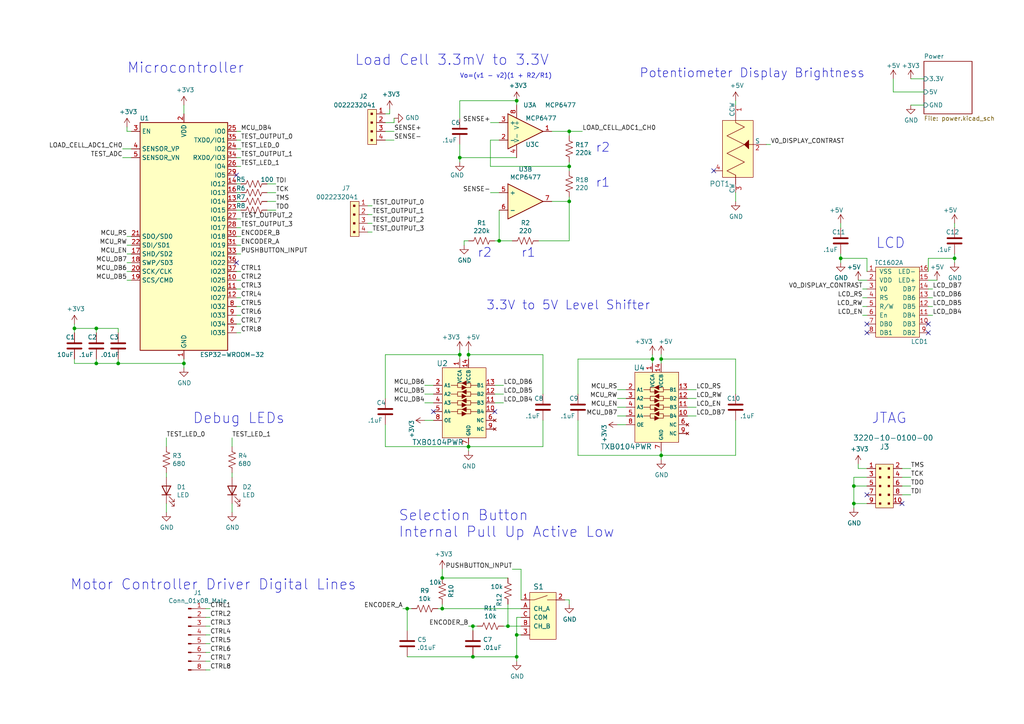
<source format=kicad_sch>
(kicad_sch (version 20211123) (generator eeschema)
  (paper "A4")
  (title_block (title "Control Board") (date "2021-08-15") (rev "00"))
  (lib_symbols
    (symbol "CocktailMachine:TC1602A" (pin_names (offset 1.016))
      (property "Reference" "LCD" (at 5.08 -11.43 0))
      (property "Value" "TC1602A" (at -2.54 11.43 0))
      (symbol "TC1602A_1_1"
        (pin input line (at -8.89 8.89 0) (length 2.54) (name "VSS") (number "1"))
        (pin input line (at 8.89 -6.35 180) (length 2.54) (name "DB3") (number "10"))
        (pin input line (at 8.89 -3.81 180) (length 2.54) (name "DB4") (number "11"))
        (pin input line (at 8.89 -1.27 180) (length 2.54) (name "DB5") (number "12"))
        (pin input line (at 8.89 1.27 180) (length 2.54) (name "DB6") (number "13"))
        (pin input line (at 8.89 3.81 180) (length 2.54) (name "DB7") (number "14"))
        (pin input line (at 8.89 6.35 180) (length 2.54) (name "LED+") (number "15"))
        (pin input line (at 8.89 8.89 180) (length 2.54) (name "LED-") (number "16"))
        (pin input line (at -8.89 6.35 0) (length 2.54) (name "VDD") (number "2"))
        (pin input line (at -8.89 3.81 0) (length 2.54) (name "V0") (number "3"))
        (pin input line (at -8.89 1.27 0) (length 2.54) (name "RS") (number "4"))
        (pin input line (at -8.89 -1.27 0) (length 2.54) (name "R/W") (number "5"))
        (pin input line (at -8.89 -3.81 0) (length 2.54) (name "En") (number "6"))
        (pin input line (at -8.89 -6.35 0) (length 2.54) (name "DB0") (number "7"))
        (pin input line (at -8.89 -8.89 0) (length 2.54) (name "DB1") (number "8"))
        (pin input line (at 8.89 -8.89 180) (length 2.54) (name "DB2") (number "9"))
      )
    )
    (symbol "Connector:Conn_01x08_Male" (pin_names (offset 1.016) hide)
      (property "Reference" "J" (at 0 10.16 0))
      (property "Value" "Conn_01x08_Male" (at 0 -12.7 0))
      (symbol "Conn_01x08_Male_1_1"
        (pin passive line (at 5.08 7.62 180) (length 3.81) (name "Pin_1") (number "1"))
        (pin passive line (at 5.08 5.08 180) (length 3.81) (name "Pin_2") (number "2"))
        (pin passive line (at 5.08 2.54 180) (length 3.81) (name "Pin_3") (number "3"))
        (pin passive line (at 5.08 0 180) (length 3.81) (name "Pin_4") (number "4"))
        (pin passive line (at 5.08 -2.54 180) (length 3.81) (name "Pin_5") (number "5"))
        (pin passive line (at 5.08 -5.08 180) (length 3.81) (name "Pin_6") (number "6"))
        (pin passive line (at 5.08 -7.62 180) (length 3.81) (name "Pin_7") (number "7"))
        (pin passive line (at 5.08 -10.16 180) (length 3.81) (name "Pin_8") (number "8"))
      )
    )
    (symbol "Device:C" (pin_numbers hide) (pin_names (offset 0.254))
      (property "Reference" "C" (at 0.635 2.54 0))
      (property "Value" "C" (at 0.635 -2.54 0))
      (symbol "C_1_1"
        (pin passive line (at 0 3.81 270) (length 2.794) (name "~") (number "1"))
        (pin passive line (at 0 -3.81 90) (length 2.794) (name "~") (number "2"))
      )
    )
    (symbol "Device:LED" (pin_numbers hide) (pin_names (offset 1.016) hide)
      (property "Reference" "D" (at 0 2.54 0))
      (property "Value" "LED" (at 0 -2.54 0))
      (symbol "LED_1_1"
        (pin passive line (at -3.81 0 0) (length 2.54) (name "K") (number "1"))
        (pin passive line (at 3.81 0 180) (length 2.54) (name "A") (number "2"))
      )
    )
    (symbol "Device:Opamp_Dual_Generic"
      (property "Reference" "U" (at 0 5.08 0))
      (property "Value" "Device_Opamp_Dual_Generic" (at 0 -5.08 0))
      (symbol "Opamp_Dual_Generic_1_1"
        (pin output line (at 7.62 0 180) (length 2.54) (name "~") (number "1"))
        (pin input line (at -7.62 -2.54 0) (length 2.54) (name "-") (number "2"))
        (pin input line (at -7.62 2.54 0) (length 2.54) (name "+") (number "3"))
      )
      (symbol "Opamp_Dual_Generic_2_1"
        (pin input line (at -7.62 2.54 0) (length 2.54) (name "+") (number "5"))
        (pin input line (at -7.62 -2.54 0) (length 2.54) (name "-") (number "6"))
        (pin output line (at 7.62 0 180) (length 2.54) (name "~") (number "7"))
      )
      (symbol "Opamp_Dual_Generic_3_1"
        (pin power_in line (at -2.54 -7.62 90) (length 3.81) (name "V-") (number "4"))
        (pin power_in line (at -2.54 7.62 270) (length 3.81) (name "V+") (number "8"))
      )
    )
    (symbol "Device:R_US" (pin_numbers hide) (pin_names (offset 0))
      (property "Reference" "R" (at 2.54 0 90))
      (property "Value" "R_US" (at -2.54 0 90))
      (symbol "R_US_1_1"
        (pin passive line (at 0 3.81 270) (length 1.27) (name "~") (number "1"))
        (pin passive line (at 0 -3.81 90) (length 1.27) (name "~") (number "2"))
      )
    )
    (symbol "RF_Module:ESP32-WROOM-32"
      (property "Reference" "U" (at -12.7 34.29 0))
      (property "Value" "ESP32-WROOM-32" (at 1.27 34.29 0))
      (symbol "ESP32-WROOM-32_1_1"
        (pin power_in line (at 0 -35.56 90) (length 2.54) (name "GND") (number "1"))
        (pin bidirectional line (at 15.24 -12.7 180) (length 2.54) (name "IO25") (number "10"))
        (pin bidirectional line (at 15.24 -15.24 180) (length 2.54) (name "IO26") (number "11"))
        (pin bidirectional line (at 15.24 -17.78 180) (length 2.54) (name "IO27") (number "12"))
        (pin bidirectional line (at 15.24 10.16 180) (length 2.54) (name "IO14") (number "13"))
        (pin bidirectional line (at 15.24 15.24 180) (length 2.54) (name "IO12") (number "14"))
        (pin passive line (at 0 -35.56 90) (length 2.54) hide (name "GND") (number "15"))
        (pin bidirectional line (at 15.24 12.7 180) (length 2.54) (name "IO13") (number "16"))
        (pin bidirectional line (at -15.24 -5.08 0) (length 2.54) (name "SHD/SD2") (number "17"))
        (pin bidirectional line (at -15.24 -7.62 0) (length 2.54) (name "SWP/SD3") (number "18"))
        (pin bidirectional line (at -15.24 -12.7 0) (length 2.54) (name "SCS/CMD") (number "19"))
        (pin power_in line (at 0 35.56 270) (length 2.54) (name "VDD") (number "2"))
        (pin bidirectional line (at -15.24 -10.16 0) (length 2.54) (name "SCK/CLK") (number "20"))
        (pin bidirectional line (at -15.24 0 0) (length 2.54) (name "SDO/SD0") (number "21"))
        (pin bidirectional line (at -15.24 -2.54 0) (length 2.54) (name "SDI/SD1") (number "22"))
        (pin bidirectional line (at 15.24 7.62 180) (length 2.54) (name "IO15") (number "23"))
        (pin bidirectional line (at 15.24 25.4 180) (length 2.54) (name "IO2") (number "24"))
        (pin bidirectional line (at 15.24 30.48 180) (length 2.54) (name "IO0") (number "25"))
        (pin bidirectional line (at 15.24 20.32 180) (length 2.54) (name "IO4") (number "26"))
        (pin bidirectional line (at 15.24 5.08 180) (length 2.54) (name "IO16") (number "27"))
        (pin bidirectional line (at 15.24 2.54 180) (length 2.54) (name "IO17") (number "28"))
        (pin bidirectional line (at 15.24 17.78 180) (length 2.54) (name "IO5") (number "29"))
        (pin input line (at -15.24 30.48 0) (length 2.54) (name "EN") (number "3"))
        (pin bidirectional line (at 15.24 0 180) (length 2.54) (name "IO18") (number "30"))
        (pin bidirectional line (at 15.24 -2.54 180) (length 2.54) (name "IO19") (number "31"))
        (pin no_connect line (at -12.7 -27.94 0) (length 2.54) hide (name "NC") (number "32"))
        (pin bidirectional line (at 15.24 -5.08 180) (length 2.54) (name "IO21") (number "33"))
        (pin bidirectional line (at 15.24 22.86 180) (length 2.54) (name "RXD0/IO3") (number "34"))
        (pin bidirectional line (at 15.24 27.94 180) (length 2.54) (name "TXD0/IO1") (number "35"))
        (pin bidirectional line (at 15.24 -7.62 180) (length 2.54) (name "IO22") (number "36"))
        (pin bidirectional line (at 15.24 -10.16 180) (length 2.54) (name "IO23") (number "37"))
        (pin passive line (at 0 -35.56 90) (length 2.54) hide (name "GND") (number "38"))
        (pin passive line (at 0 -35.56 90) (length 2.54) hide (name "GND") (number "39"))
        (pin input line (at -15.24 25.4 0) (length 2.54) (name "SENSOR_VP") (number "4"))
        (pin input line (at -15.24 22.86 0) (length 2.54) (name "SENSOR_VN") (number "5"))
        (pin input line (at 15.24 -25.4 180) (length 2.54) (name "IO34") (number "6"))
        (pin input line (at 15.24 -27.94 180) (length 2.54) (name "IO35") (number "7"))
        (pin bidirectional line (at 15.24 -20.32 180) (length 2.54) (name "IO32") (number "8"))
        (pin bidirectional line (at 15.24 -22.86 180) (length 2.54) (name "IO33") (number "9"))
      )
    )
    (symbol "dk_Encoders:PEC11R-4215F-S0024" (pin_names (offset 1.016))
      (property "Reference" "S" (at -1.27 5.715 0))
      (property "Value" "PEC11R-4215F-S0024" (at -1.27 -9.906 0))
      (symbol "PEC11R-4215F-S0024_1_1"
        (pin bidirectional line (at -7.62 2.54 0) (length 2.54) (name "~") (number "1"))
        (pin bidirectional line (at 5.08 2.54 180) (length 2.54) (name "~") (number "2"))
        (pin unspecified line (at -7.62 -7.62 0) (length 2.54) (name "~") (number "3"))
        (pin bidirectional line (at -7.62 0 0) (length 2.54) (name "CH_A") (number "A"))
        (pin bidirectional line (at -7.62 -5.08 0) (length 2.54) (name "CH_B") (number "B"))
        (pin input line (at -7.62 -2.54 0) (length 2.54) (name "COM") (number "C"))
      )
    )
    (symbol "dk_Logic-Translators-Level-Shifters:TXB0104PWR"
      (property "Reference" "U" (at -6.35 11.43 0))
      (property "Value" "TXB0104PWR" (at -3.81 13.97 0))
      (symbol "TXB0104PWR_1_1"
        (pin power_in line (at -2.54 12.7 270) (length 2.54) (name "VCCA") (number "1"))
        (pin bidirectional line (at 7.62 -2.54 180) (length 2.54) (name "B4") (number "10"))
        (pin bidirectional line (at 7.62 0 180) (length 2.54) (name "B3") (number "11"))
        (pin bidirectional line (at 7.62 2.54 180) (length 2.54) (name "B2") (number "12"))
        (pin bidirectional line (at 7.62 5.08 180) (length 2.54) (name "B1") (number "13"))
        (pin power_in line (at 0 12.7 270) (length 2.54) (name "VCCB") (number "14"))
        (pin bidirectional line (at -10.16 5.08 0) (length 2.54) (name "A1") (number "2"))
        (pin bidirectional line (at -10.16 2.54 0) (length 2.54) (name "A2") (number "3"))
        (pin bidirectional line (at -10.16 0 0) (length 2.54) (name "A3") (number "4"))
        (pin bidirectional line (at -10.16 -2.54 0) (length 2.54) (name "A4") (number "5"))
        (pin no_connect line (at 7.62 -5.08 180) (length 2.54) (name "NC") (number "6"))
        (pin power_in line (at 0 -12.7 90) (length 2.54) (name "GND") (number "7"))
        (pin tri_state line (at -10.16 -5.08 0) (length 2.54) (name "OE") (number "8"))
        (pin no_connect line (at 7.62 -7.62 180) (length 2.54) (name "NC") (number "9"))
      )
    )
    (symbol "dk_Rectangular-Connectors-Headers-Male-Pins:0022232041" (pin_names (offset 1.016))
      (property "Reference" "J" (at -2.54 1.27 0))
      (property "Value" "0022232041" (at 3.81 -3.81 0))
      (symbol "0022232041_1_1"
        (pin passive line (at 0 2.54 270) (length 2.54) (name "~") (number "1"))
        (pin passive line (at 2.54 2.54 270) (length 2.54) (name "~") (number "2"))
        (pin passive line (at 5.08 2.54 270) (length 2.54) (name "~") (number "3"))
        (pin passive line (at 7.62 2.54 270) (length 2.54) (name "~") (number "4"))
      )
    )
    (symbol "dk_Rectangular-Connectors-Headers-Male-Pins:3220-10-0100-00" (pin_names (offset 1.016))
      (property "Reference" "J" (at -2.54 7.62 0))
      (property "Value" "3220-10-0100-00" (at 0 -8.89 0))
      (symbol "3220-10-0100-00_1_1"
        (pin passive line (at -5.08 5.08 0) (length 2.54) (name "~") (number "1"))
        (pin passive line (at 5.08 -5.08 180) (length 2.54) (name "~") (number "10"))
        (pin passive line (at 5.08 5.08 180) (length 2.54) (name "~") (number "2"))
        (pin passive line (at -5.08 2.54 0) (length 2.54) (name "~") (number "3"))
        (pin passive line (at 5.08 2.54 180) (length 2.54) (name "~") (number "4"))
        (pin passive line (at -5.08 0 0) (length 2.54) (name "~") (number "5"))
        (pin passive line (at 5.08 0 180) (length 2.54) (name "~") (number "6"))
        (pin passive line (at -5.08 -2.54 0) (length 2.54) (name "~") (number "7"))
        (pin passive line (at 5.08 -2.54 180) (length 2.54) (name "~") (number "8"))
        (pin passive line (at -5.08 -5.08 0) (length 2.54) (name "~") (number "9"))
      )
    )
    (symbol "dk_Rotary-Potentiometers-Rheostats:P120PK-Y25BR10K" (pin_names (offset 0))
      (property "Reference" "POT" (at -1.905 6.35 0))
      (property "Value" "P120PK-Y25BR10K" (at 6.985 -5.08 0))
      (symbol "P120PK-Y25BR10K_1_0"
        (pin unspecified line (at 7.62 -6.35 90) (length 2.54) (name "~") (number "4"))
      )
      (symbol "P120PK-Y25BR10K_1_1"
        (pin passive line (at -11.43 0 0) (length 2.54) (name "CCW") (number "1"))
        (pin passive line (at 0 8.89 270) (length 5.08) (name "S") (number "2"))
        (pin passive line (at 13.97 0 180) (length 2.54) (name "CW") (number "3"))
      )
    )
    (symbol "power:+3.3V" (power) (pin_names (offset 0))
      (property "Value" "+3.3V" (at 0 3.556 0))
      (symbol "+3.3V_1_1"
        (pin power_in line (at 0 0 90) (length 0) hide (name "+3V3") (number "1"))
      )
    )
    (symbol "power:+5V" (power) (pin_names (offset 0))
      (property "Value" "+5V" (at 0 3.556 0))
      (symbol "+5V_1_1"
        (pin power_in line (at 0 0 90) (length 0) hide (name "+5V") (number "1"))
      )
    )
    (symbol "power:GND" (power) (pin_names (offset 0))
      (property "Value" "GND" (at 0 -3.81 0))
      (symbol "GND_1_1"
        (pin power_in line (at 0 0 270) (length 0) hide (name "GND") (number "1"))
      )
    )
  )
  (junction (at 133.35 45.72))
  (junction (at 128.27 176.53))
  (junction (at 165.1 38.1))
  (junction (at 191.77 132.08))
  (junction (at 21.59 95.25))
  (junction (at 247.65 140.97))
  (junction (at 137.16 190.5))
  (junction (at 135.89 102.87))
  (junction (at 149.86 29.21))
  (junction (at 34.29 105.41))
  (junction (at 243.84 74.93))
  (junction (at 189.23 104.14))
  (junction (at 133.35 102.87))
  (junction (at 128.27 167.64))
  (junction (at 165.1 48.26))
  (junction (at 191.77 104.14))
  (junction (at 27.94 95.25))
  (junction (at 135.89 129.54))
  (junction (at 149.86 190.5))
  (junction (at 165.1 58.42))
  (junction (at 149.86 184.15))
  (junction (at 27.94 105.41))
  (junction (at 137.16 181.61))
  (junction (at 118.11 176.53))
  (junction (at 53.34 105.41))
  (junction (at 247.65 146.05))
  (junction (at 144.78 69.85))
  (junction (at 147.32 181.61))
  (junction (at 276.86 74.93))
  (no_connect (at 251.46 93.98))
  (no_connect (at 269.24 93.98))
  (no_connect (at 207.01 49.53))
  (no_connect (at 269.24 96.52))
  (no_connect (at 251.46 143.51))
  (no_connect (at 251.46 96.52))
  (no_connect (at 143.51 119.38))
  (no_connect (at 125.73 119.38))
  (no_connect (at 68.58 76.2))
  (no_connect (at 68.58 50.8))
  (no_connect (at 261.62 146.05))
  (wire (pts (xy 199.39 120.65) (xy 201.93 120.65)))
  (wire (pts (xy 21.59 104.14) (xy 21.59 105.41)))
  (wire (pts (xy 179.07 113.03) (xy 181.61 113.03)))
  (wire (pts (xy 69.85 43.18) (xy 68.58 43.18)))
  (wire (pts (xy 123.19 116.84) (xy 125.73 116.84)))
  (wire (pts (xy 144.78 60.96) (xy 144.78 69.85)))
  (wire (pts (xy 128.27 176.53) (xy 151.13 176.53)))
  (wire (pts (xy 269.24 88.9) (xy 270.51 88.9)))
  (wire (pts (xy 69.85 58.42) (xy 68.58 58.42)))
  (wire (pts (xy 128.27 167.64) (xy 147.32 167.64)))
  (wire (pts (xy 147.32 181.61) (xy 151.13 181.61)))
  (wire (pts (xy 157.48 129.54) (xy 157.48 121.92)))
  (wire (pts (xy 133.35 45.72) (xy 149.86 45.72)))
  (wire (pts (xy 60.96 194.31) (xy 59.69 194.31)))
  (wire (pts (xy 264.16 138.43) (xy 261.62 138.43)))
  (wire (pts (xy 59.69 176.53) (xy 60.96 176.53)))
  (wire (pts (xy 123.19 114.3) (xy 125.73 114.3)))
  (wire (pts (xy 69.85 81.28) (xy 68.58 81.28)))
  (wire (pts (xy 143.51 114.3) (xy 146.05 114.3)))
  (wire (pts (xy 179.07 120.65) (xy 181.61 120.65)))
  (wire (pts (xy 251.46 86.36) (xy 250.19 86.36)))
  (wire (pts (xy 270.51 83.82) (xy 269.24 83.82)))
  (wire (pts (xy 213.36 114.3) (xy 213.36 104.14)))
  (wire (pts (xy 67.31 127) (xy 67.31 129.54)))
  (wire (pts (xy 157.48 114.3) (xy 157.48 102.87)))
  (wire (pts (xy 60.96 189.23) (xy 59.69 189.23)))
  (wire (pts (xy 128.27 176.53) (xy 127 176.53)))
  (wire (pts (xy 248.92 81.28) (xy 251.46 81.28)))
  (wire (pts (xy 27.94 95.25) (xy 27.94 96.52)))
  (wire (pts (xy 149.86 29.21) (xy 149.86 30.48)))
  (wire (pts (xy 118.11 176.53) (xy 119.38 176.53)))
  (wire (pts (xy 48.26 127) (xy 48.26 129.54)))
  (wire (pts (xy 133.35 45.72) (xy 133.35 46.99)))
  (wire (pts (xy 107.95 64.77) (xy 106.68 64.77)))
  (wire (pts (xy 250.19 83.82) (xy 251.46 83.82)))
  (wire (pts (xy 27.94 105.41) (xy 34.29 105.41)))
  (wire (pts (xy 271.78 81.28) (xy 269.24 81.28)))
  (wire (pts (xy 149.86 184.15) (xy 149.86 190.5)))
  (wire (pts (xy 247.65 146.05) (xy 247.65 140.97)))
  (wire (pts (xy 135.89 101.6) (xy 135.89 102.87)))
  (wire (pts (xy 111.76 115.57) (xy 111.76 102.87)))
  (wire (pts (xy 36.83 71.12) (xy 38.1 71.12)))
  (wire (pts (xy 107.95 59.69) (xy 106.68 59.69)))
  (wire (pts (xy 77.47 53.34) (xy 80.01 53.34)))
  (wire (pts (xy 163.83 173.99) (xy 165.1 173.99)))
  (wire (pts (xy 53.34 105.41) (xy 53.34 106.68)))
  (wire (pts (xy 36.83 68.58) (xy 38.1 68.58)))
  (wire (pts (xy 276.86 74.93) (xy 276.86 76.2)))
  (wire (pts (xy 38.1 81.28) (xy 36.83 81.28)))
  (wire (pts (xy 151.13 179.07) (xy 149.86 179.07)))
  (wire (pts (xy 165.1 58.42) (xy 165.1 57.15)))
  (wire (pts (xy 251.46 138.43) (xy 247.65 138.43)))
  (wire (pts (xy 111.76 102.87) (xy 133.35 102.87)))
  (wire (pts (xy 251.46 74.93) (xy 243.84 74.93)))
  (wire (pts (xy 259.08 26.67) (xy 267.97 26.67)))
  (wire (pts (xy 251.46 146.05) (xy 247.65 146.05)))
  (wire (pts (xy 135.89 181.61) (xy 137.16 181.61)))
  (wire (pts (xy 189.23 102.87) (xy 189.23 104.14)))
  (wire (pts (xy 151.13 165.1) (xy 151.13 173.99)))
  (wire (pts (xy 165.1 48.26) (xy 142.24 48.26)))
  (wire (pts (xy 276.86 73.66) (xy 276.86 74.93)))
  (wire (pts (xy 133.35 41.91) (xy 133.35 45.72)))
  (wire (pts (xy 53.34 30.48) (xy 53.34 33.02)))
  (wire (pts (xy 167.64 121.92) (xy 167.64 132.08)))
  (wire (pts (xy 35.56 43.18) (xy 38.1 43.18)))
  (wire (pts (xy 128.27 165.1) (xy 128.27 167.64)))
  (wire (pts (xy 167.64 104.14) (xy 167.64 114.3)))
  (wire (pts (xy 118.11 176.53) (xy 118.11 182.88)))
  (wire (pts (xy 68.58 71.12) (xy 69.85 71.12)))
  (wire (pts (xy 114.3 35.56) (xy 111.76 35.56)))
  (wire (pts (xy 69.85 78.74) (xy 68.58 78.74)))
  (wire (pts (xy 149.86 179.07) (xy 149.86 184.15)))
  (wire (pts (xy 147.32 175.26) (xy 147.32 181.61)))
  (wire (pts (xy 34.29 96.52) (xy 34.29 95.25)))
  (wire (pts (xy 247.65 146.05) (xy 247.65 147.32)))
  (wire (pts (xy 68.58 88.9) (xy 69.85 88.9)))
  (wire (pts (xy 179.07 115.57) (xy 181.61 115.57)))
  (wire (pts (xy 243.84 76.2) (xy 243.84 74.93)))
  (wire (pts (xy 142.24 55.88) (xy 144.78 55.88)))
  (wire (pts (xy 261.62 143.51) (xy 264.16 143.51)))
  (wire (pts (xy 251.46 140.97) (xy 247.65 140.97)))
  (wire (pts (xy 199.39 115.57) (xy 201.93 115.57)))
  (wire (pts (xy 114.3 35.56) (xy 114.3 34.29)))
  (wire (pts (xy 106.68 67.31) (xy 107.95 67.31)))
  (wire (pts (xy 165.1 38.1) (xy 168.91 38.1)))
  (wire (pts (xy 135.89 102.87) (xy 135.89 104.14)))
  (wire (pts (xy 151.13 165.1) (xy 148.59 165.1)))
  (wire (pts (xy 68.58 38.1) (xy 69.85 38.1)))
  (wire (pts (xy 142.24 35.56) (xy 144.78 35.56)))
  (wire (pts (xy 213.36 29.21) (xy 213.36 30.48)))
  (wire (pts (xy 116.84 176.53) (xy 118.11 176.53)))
  (wire (pts (xy 135.89 129.54) (xy 157.48 129.54)))
  (wire (pts (xy 144.78 69.85) (xy 148.59 69.85)))
  (wire (pts (xy 165.1 69.85) (xy 156.21 69.85)))
  (wire (pts (xy 68.58 86.36) (xy 69.85 86.36)))
  (wire (pts (xy 201.93 113.03) (xy 199.39 113.03)))
  (wire (pts (xy 247.65 138.43) (xy 247.65 140.97)))
  (wire (pts (xy 60.96 184.15) (xy 59.69 184.15)))
  (wire (pts (xy 134.62 69.85) (xy 134.62 71.12)))
  (wire (pts (xy 128.27 175.26) (xy 128.27 176.53)))
  (wire (pts (xy 68.58 45.72) (xy 69.85 45.72)))
  (wire (pts (xy 135.89 129.54) (xy 135.89 130.81)))
  (wire (pts (xy 21.59 105.41) (xy 27.94 105.41)))
  (wire (pts (xy 21.59 95.25) (xy 27.94 95.25)))
  (wire (pts (xy 123.19 111.76) (xy 125.73 111.76)))
  (wire (pts (xy 138.43 181.61) (xy 137.16 181.61)))
  (wire (pts (xy 167.64 132.08) (xy 191.77 132.08)))
  (wire (pts (xy 213.36 132.08) (xy 191.77 132.08)))
  (wire (pts (xy 213.36 104.14) (xy 191.77 104.14)))
  (wire (pts (xy 191.77 102.87) (xy 191.77 104.14)))
  (wire (pts (xy 251.46 78.74) (xy 251.46 74.93)))
  (wire (pts (xy 114.3 40.64) (xy 111.76 40.64)))
  (wire (pts (xy 146.05 111.76) (xy 143.51 111.76)))
  (wire (pts (xy 48.26 137.16) (xy 48.26 138.43)))
  (wire (pts (xy 259.08 22.86) (xy 259.08 26.67)))
  (wire (pts (xy 133.35 102.87) (xy 133.35 104.14)))
  (wire (pts (xy 160.02 38.1) (xy 165.1 38.1)))
  (wire (pts (xy 179.07 123.19) (xy 181.61 123.19)))
  (wire (pts (xy 111.76 129.54) (xy 111.76 123.19)))
  (wire (pts (xy 133.35 101.6) (xy 133.35 102.87)))
  (wire (pts (xy 248.92 134.62) (xy 248.92 135.89)))
  (wire (pts (xy 69.85 48.26) (xy 68.58 48.26)))
  (wire (pts (xy 53.34 104.14) (xy 53.34 105.41)))
  (wire (pts (xy 69.85 53.34) (xy 68.58 53.34)))
  (wire (pts (xy 68.58 83.82) (xy 69.85 83.82)))
  (wire (pts (xy 59.69 181.61) (xy 60.96 181.61)))
  (wire (pts (xy 261.62 135.89) (xy 264.16 135.89)))
  (wire (pts (xy 191.77 104.14) (xy 191.77 105.41)))
  (wire (pts (xy 69.85 40.64) (xy 68.58 40.64)))
  (wire (pts (xy 276.86 64.77) (xy 276.86 66.04)))
  (wire (pts (xy 270.51 91.44) (xy 269.24 91.44)))
  (wire (pts (xy 248.92 135.89) (xy 251.46 135.89)))
  (wire (pts (xy 59.69 186.69) (xy 60.96 186.69)))
  (wire (pts (xy 165.1 175.26) (xy 165.1 173.99)))
  (wire (pts (xy 36.83 76.2) (xy 38.1 76.2)))
  (wire (pts (xy 68.58 73.66) (xy 69.85 73.66)))
  (wire (pts (xy 191.77 130.81) (xy 191.77 132.08)))
  (wire (pts (xy 149.86 190.5) (xy 137.16 190.5)))
  (wire (pts (xy 68.58 66.04) (xy 69.85 66.04)))
  (wire (pts (xy 107.95 62.23) (xy 106.68 62.23)))
  (wire (pts (xy 251.46 91.44) (xy 250.19 91.44)))
  (wire (pts (xy 36.83 73.66) (xy 38.1 73.66)))
  (wire (pts (xy 179.07 118.11) (xy 181.61 118.11)))
  (wire (pts (xy 69.85 55.88) (xy 68.58 55.88)))
  (wire (pts (xy 157.48 102.87) (xy 135.89 102.87)))
  (wire (pts (xy 34.29 105.41) (xy 34.29 104.14)))
  (wire (pts (xy 27.94 104.14) (xy 27.94 105.41)))
  (wire (pts (xy 133.35 29.21) (xy 133.35 34.29)))
  (wire (pts (xy 21.59 93.98) (xy 21.59 95.25)))
  (wire (pts (xy 68.58 96.52) (xy 69.85 96.52)))
  (wire (pts (xy 35.56 45.72) (xy 38.1 45.72)))
  (wire (pts (xy 165.1 58.42) (xy 165.1 69.85)))
  (wire (pts (xy 69.85 68.58) (xy 68.58 68.58)))
  (wire (pts (xy 21.59 95.25) (xy 21.59 96.52)))
  (wire (pts (xy 270.51 86.36) (xy 269.24 86.36)))
  (wire (pts (xy 137.16 181.61) (xy 137.16 182.88)))
  (wire (pts (xy 68.58 93.98) (xy 69.85 93.98)))
  (wire (pts (xy 142.24 40.64) (xy 144.78 40.64)))
  (wire (pts (xy 60.96 179.07) (xy 59.69 179.07)))
  (wire (pts (xy 36.83 36.83) (xy 36.83 38.1)))
  (wire (pts (xy 34.29 95.25) (xy 27.94 95.25)))
  (wire (pts (xy 77.47 55.88) (xy 80.01 55.88)))
  (wire (pts (xy 48.26 146.05) (xy 48.26 148.59)))
  (wire (pts (xy 222.25 41.91) (xy 223.52 41.91)))
  (wire (pts (xy 34.29 105.41) (xy 53.34 105.41)))
  (wire (pts (xy 36.83 38.1) (xy 38.1 38.1)))
  (wire (pts (xy 67.31 137.16) (xy 67.31 138.43)))
  (wire (pts (xy 149.86 190.5) (xy 149.86 191.77)))
  (wire (pts (xy 69.85 63.5) (xy 68.58 63.5)))
  (wire (pts (xy 146.05 116.84) (xy 143.51 116.84)))
  (wire (pts (xy 191.77 132.08) (xy 191.77 133.35)))
  (wire (pts (xy 147.32 181.61) (xy 146.05 181.61)))
  (wire (pts (xy 36.83 78.74) (xy 38.1 78.74)))
  (wire (pts (xy 199.39 118.11) (xy 201.93 118.11)))
  (wire (pts (xy 264.16 140.97) (xy 261.62 140.97)))
  (wire (pts (xy 243.84 64.77) (xy 243.84 66.04)))
  (wire (pts (xy 269.24 78.74) (xy 269.24 74.93)))
  (wire (pts (xy 165.1 46.99) (xy 165.1 48.26)))
  (wire (pts (xy 142.24 48.26) (xy 142.24 40.64)))
  (wire (pts (xy 213.36 121.92) (xy 213.36 132.08)))
  (wire (pts (xy 165.1 38.1) (xy 165.1 39.37)))
  (wire (pts (xy 189.23 104.14) (xy 189.23 105.41)))
  (wire (pts (xy 189.23 104.14) (xy 167.64 104.14)))
  (wire (pts (xy 264.16 30.48) (xy 267.97 30.48)))
  (wire (pts (xy 69.85 60.96) (xy 68.58 60.96)))
  (wire (pts (xy 77.47 58.42) (xy 80.01 58.42)))
  (wire (pts (xy 160.02 58.42) (xy 165.1 58.42)))
  (wire (pts (xy 135.89 129.54) (xy 111.76 129.54)))
  (wire (pts (xy 118.11 190.5) (xy 137.16 190.5)))
  (wire (pts (xy 243.84 73.66) (xy 243.84 74.93)))
  (wire (pts (xy 144.78 69.85) (xy 143.51 69.85)))
  (wire (pts (xy 113.03 33.02) (xy 111.76 33.02)))
  (wire (pts (xy 165.1 48.26) (xy 165.1 49.53)))
  (wire (pts (xy 250.19 88.9) (xy 251.46 88.9)))
  (wire (pts (xy 135.89 69.85) (xy 134.62 69.85)))
  (wire (pts (xy 213.36 55.88) (xy 213.36 58.42)))
  (wire (pts (xy 151.13 184.15) (xy 149.86 184.15)))
  (wire (pts (xy 113.03 31.75) (xy 113.03 33.02)))
  (wire (pts (xy 77.47 60.96) (xy 80.01 60.96)))
  (wire (pts (xy 67.31 146.05) (xy 67.31 148.59)))
  (wire (pts (xy 267.97 22.86) (xy 264.16 22.86)))
  (wire (pts (xy 269.24 74.93) (xy 276.86 74.93)))
  (wire (pts (xy 123.19 121.92) (xy 125.73 121.92)))
  (wire (pts (xy 114.3 38.1) (xy 111.76 38.1)))
  (wire (pts (xy 59.69 191.77) (xy 60.96 191.77)))
  (wire (pts (xy 68.58 91.44) (xy 69.85 91.44)))
  (wire (pts (xy 149.86 29.21) (xy 133.35 29.21)))
  (text "Vo=(v1 - v2)(1 + R2/R1)" (at 133.35 22.86 0) (effects (font (size 1.2954 1.2954)) (justify left bottom)))
  (text "LCD" (at 254 72.39 0) (effects (font (size 2.9972 2.9972)) (justify left bottom)))
  (text "JTAG" (at 252.73 123.19 0) (effects (font (size 2.9972 2.9972)) (justify left bottom)))
  (text "r1\n" (at 151.13 74.93 0) (effects (font (size 2.5908 2.5908)) (justify left bottom)))
  (text "Motor Controller Driver Digital Lines\n" (at 20.32 171.45 0) (effects (font (size 2.9972 2.9972)) (justify left bottom)))
  (text "r2" (at 138.43 74.93 0) (effects (font (size 2.5908 2.5908)) (justify left bottom)))
  (text "r2" (at 172.72 44.45 0) (effects (font (size 2.5908 2.5908)) (justify left bottom)))
  (text "Debug LEDs\n" (at 55.88 123.19 0) (effects (font (size 2.9972 2.9972)) (justify left bottom)))
  (text "Microcontroller\n" (at 36.83 21.59 0) (effects (font (size 2.9972 2.9972)) (justify left bottom)))
  (text "Load Cell 3.3mV to 3.3V\n\n" (at 102.87 24.13 0) (effects (font (size 2.9972 2.9972)) (justify left bottom)))
  (text "Potentiometer Display Brightness\n" (at 185.42 22.86 0) (effects (font (size 2.5908 2.5908)) (justify left bottom)))
  (text "r1\n" (at 172.72 54.61 0) (effects (font (size 2.5908 2.5908)) (justify left bottom)))
  (text "3.3V to 5V Level Shifter" (at 140.97 90.17 0) (effects (font (size 2.5908 2.5908)) (justify left bottom)))
  (text "Selection Button\nInternal Pull Up Active Low" (at 115.57 156.21 0) (effects (font (size 2.9972 2.9972)) (justify left bottom)))
  (label "PUSHBUTTON_INPUT" (at 148.59 165.1 180) (effects (font (size 1.2954 1.2954))))
  (label "MCU_RS" (at 36.83 68.58 180))
  (label "CTRL4" (at 60.96 184.15 0) (effects (font (size 1.2954 1.2954))))
  (label "TDI" (at 264.16 143.51 0) (effects (font (size 1.2954 1.2954))))
  (label "MCU_RW" (at 179.07 115.57 180))
  (label "LCD_EN" (at 250.19 91.44 180))
  (label "TEST_ADC" (at 35.56 45.72 180) (effects (font (size 1.2954 1.2954))))
  (label "TCK" (at 80.01 55.88 0) (effects (font (size 1.2954 1.2954))))
  (label "CTRL3" (at 60.96 181.61 0) (effects (font (size 1.2954 1.2954))))
  (label "LCD_EN" (at 201.93 118.11 0))
  (label "TEST_LED_1" (at 69.85 48.26 0) (effects (font (size 1.2954 1.2954))))
  (label "SENSE+" (at 142.24 35.56 180) (effects (font (size 1.2954 1.2954))))
  (label "MCU_DB7" (at 36.83 76.2 180))
  (label "CTRL8" (at 60.96 194.31 0) (effects (font (size 1.2954 1.2954))))
  (label "SENSE+" (at 114.3 38.1 0) (effects (font (size 1.2954 1.2954))))
  (label "LCD_DB7" (at 270.51 83.82 0))
  (label "MCU_DB6" (at 123.19 111.76 180))
  (label "ENCODER_B" (at 69.85 68.58 0) (effects (font (size 1.2954 1.2954))))
  (label "SENSE-" (at 142.24 55.88 180) (effects (font (size 1.2954 1.2954))))
  (label "MCU_DB4" (at 69.85 38.1 0))
  (label "ENCODER_A" (at 116.84 176.53 180) (effects (font (size 1.2954 1.2954))))
  (label "LCD_DB6" (at 146.05 111.76 0))
  (label "CTRL7" (at 60.96 191.77 0) (effects (font (size 1.2954 1.2954))))
  (label "MCU_RW" (at 36.83 71.12 180))
  (label "LCD_RS" (at 250.19 86.36 180))
  (label "CTRL6" (at 69.85 91.44 0) (effects (font (size 1.2954 1.2954))))
  (label "MCU_DB6" (at 36.83 78.74 180))
  (label "TDI" (at 80.01 53.34 0) (effects (font (size 1.2954 1.2954))))
  (label "LOAD_CELL_ADC1_CH0" (at 35.56 43.18 180) (effects (font (size 1.2954 1.2954))))
  (label "CTRL2" (at 69.85 81.28 0) (effects (font (size 1.2954 1.2954))))
  (label "LCD_DB5" (at 270.51 88.9 0))
  (label "CTRL1" (at 69.85 78.74 0) (effects (font (size 1.2954 1.2954))))
  (label "SENSE-" (at 114.3 40.64 0) (effects (font (size 1.2954 1.2954))))
  (label "V0_DISPLAY_CONTRAST" (at 223.52 41.91 0))
  (label "LCD_DB5" (at 146.05 114.3 0))
  (label "MCU_DB7" (at 179.07 120.65 180))
  (label "MCU_DB4" (at 123.19 116.84 180))
  (label "CTRL3" (at 69.85 83.82 0) (effects (font (size 1.2954 1.2954))))
  (label "PUSHBUTTON_INPUT" (at 69.85 73.66 0) (effects (font (size 1.2954 1.2954))))
  (label "TEST_OUTPUT_1" (at 107.95 62.23 0) (effects (font (size 1.2954 1.2954))))
  (label "TEST_OUTPUT_1" (at 69.85 45.72 0) (effects (font (size 1.2954 1.2954))))
  (label "TEST_LED_0" (at 48.26 127 0) (effects (font (size 1.2954 1.2954))))
  (label "MCU_RS" (at 179.07 113.03 180))
  (label "CTRL4" (at 69.85 86.36 0) (effects (font (size 1.2954 1.2954))))
  (label "LOAD_CELL_ADC1_CH0" (at 168.91 38.1 0) (effects (font (size 1.2954 1.2954))))
  (label "TEST_OUTPUT_2" (at 69.85 63.5 0) (effects (font (size 1.2954 1.2954))))
  (label "CTRL5" (at 69.85 88.9 0) (effects (font (size 1.2954 1.2954))))
  (label "CTRL6" (at 60.96 189.23 0) (effects (font (size 1.2954 1.2954))))
  (label "LCD_DB7" (at 201.93 120.65 0))
  (label "CTRL7" (at 69.85 93.98 0) (effects (font (size 1.2954 1.2954))))
  (label "LCD_RS" (at 201.93 113.03 0))
  (label "MCU_EN" (at 36.83 73.66 180))
  (label "ENCODER_A" (at 69.85 71.12 0) (effects (font (size 1.2954 1.2954))))
  (label "LCD_DB6" (at 270.51 86.36 0))
  (label "TMS" (at 80.01 58.42 0) (effects (font (size 1.2954 1.2954))))
  (label "LCD_DB4" (at 146.05 116.84 0))
  (label "CTRL8" (at 69.85 96.52 0) (effects (font (size 1.2954 1.2954))))
  (label "TCK" (at 264.16 138.43 0) (effects (font (size 1.2954 1.2954))))
  (label "TDO" (at 264.16 140.97 0) (effects (font (size 1.2954 1.2954))))
  (label "TEST_OUTPUT_0" (at 107.95 59.69 0) (effects (font (size 1.2954 1.2954))))
  (label "LCD_RW" (at 201.93 115.57 0))
  (label "MCU_EN" (at 179.07 118.11 180))
  (label "MCU_DB5" (at 123.19 114.3 180))
  (label "CTRL5" (at 60.96 186.69 0) (effects (font (size 1.2954 1.2954))))
  (label "TEST_OUTPUT_2" (at 107.95 64.77 0) (effects (font (size 1.2954 1.2954))))
  (label "TEST_OUTPUT_3" (at 69.85 66.04 0) (effects (font (size 1.2954 1.2954))))
  (label "ENCODER_B" (at 135.89 181.61 180) (effects (font (size 1.2954 1.2954))))
  (label "MCU_DB5" (at 36.83 81.28 180))
  (label "TMS" (at 264.16 135.89 0) (effects (font (size 1.2954 1.2954))))
  (label "TEST_LED_0" (at 69.85 43.18 0) (effects (font (size 1.2954 1.2954))))
  (label "TEST_OUTPUT_0" (at 69.85 40.64 0) (effects (font (size 1.2954 1.2954))))
  (label "V0_DISPLAY_CONTRAST" (at 250.19 83.82 180))
  (label "CTRL1" (at 60.96 176.53 0) (effects (font (size 1.2954 1.2954))))
  (label "TEST_LED_1" (at 67.31 127 0) (effects (font (size 1.2954 1.2954))))
  (label "LCD_DB4" (at 270.51 91.44 0))
  (label "TDO" (at 80.01 60.96 0) (effects (font (size 1.2954 1.2954))))
  (label "CTRL2" (at 60.96 179.07 0) (effects (font (size 1.2954 1.2954))))
  (label "TEST_OUTPUT_3" (at 107.95 67.31 0) (effects (font (size 1.2954 1.2954))))
  (label "LCD_RW" (at 250.19 88.9 180))
  (symbol (lib_id "RF_Module:ESP32-WROOM-32") (at 53.34 68.58 0) (unit 1)
    (property "Reference" "U1" (at 41.91 34.29 0))
    (property "Value" "ESP32-WROOM-32" (at 67.31 102.87 0))
    (property "Footprint" "RF_Module:ESP32-WROOM-32" (effects hide))
    (property "Datasheet" "https://www.espressif.com/sites/default/files/documentation/esp32-wroom-32_datasheet_en.pdf" (effects hide))
  )
  (symbol (lib_id "power:GND") (at 264.16 30.48 0) (unit 1)
    (property "Reference" "#PWR032" (effects hide))
    (property "Value" "GND" (at 264.287 34.8742 0))
  )
  (symbol (lib_id "CocktailMachine:TC1602A") (at 260.35 87.63 0) (unit 1)
    (property "Reference" "LCD1" (at 266.7 99.06 0))
    (property "Value" "TC1602A" (at 257.81 76.2 0))
    (property "Footprint" "CocktailMachine:TC1062A" (effects hide))
  )
  (symbol (lib_id "power:+3.3V") (at 264.16 22.86 0) (unit 1)
    (property "Reference" "#PWR031" (effects hide))
    (property "Value" "+3.3V" (at 264.16 19.05 0))
  )
  (symbol (lib_id "power:+5V") (at 259.08 22.86 0) (unit 1)
    (property "Reference" "#PWR030" (effects hide))
    (property "Value" "+5V" (at 259.08 19.05 0))
  )
  (symbol (lib_id "power:GND") (at 53.34 106.68 0) (unit 1)
    (property "Reference" "#PWR05" (effects hide))
    (property "Value" "GND" (at 53.467 111.0742 0))
  )
  (symbol (lib_id "power:+5V") (at 248.92 81.28 0) (unit 1)
    (property "Reference" "#PWR028" (effects hide))
    (property "Value" "+5V" (at 247.65 77.47 0))
  )
  (symbol (lib_id "power:+3.3V") (at 53.34 30.48 0) (unit 1)
    (property "Reference" "#PWR04" (effects hide))
    (property "Value" "+3.3V" (at 53.721 26.0858 0))
  )
  (symbol (lib_id "power:GND") (at 243.84 76.2 0) (unit 1)
    (property "Reference" "#PWR026" (effects hide))
    (property "Value" "GND" (at 243.967 80.5942 0))
  )
  (symbol (lib_id "Device:R_US") (at 73.66 53.34 270) (unit 1)
    (property "Reference" "R5" (at 69.85 52.07 90))
    (property "Value" "100" (at 77.47 52.07 90))
    (property "Footprint" "Resistor_SMD:R_0603_1608Metric" (effects hide))
  )
  (symbol (lib_id "Device:R_US") (at 73.66 58.42 270) (unit 1)
    (property "Reference" "R7" (at 69.85 57.15 90))
    (property "Value" "100" (effects hide))
    (property "Footprint" "Resistor_SMD:R_0603_1608Metric" (effects hide))
  )
  (symbol (lib_id "Device:R_US") (at 73.66 55.88 270) (unit 1)
    (property "Reference" "R6" (at 69.85 54.61 90))
    (property "Value" "100" (effects hide))
    (property "Footprint" "Resistor_SMD:R_0603_1608Metric" (effects hide))
  )
  (symbol (lib_id "Device:R_US") (at 73.66 60.96 270) (unit 1)
    (property "Reference" "R8" (at 69.85 59.69 90))
    (property "Value" "100" (effects hide))
    (property "Footprint" "Resistor_SMD:R_0603_1608Metric" (effects hide))
  )
  (symbol (lib_id "dk_Encoders:PEC11R-4215F-S0024") (at 158.75 176.53 0) (unit 1)
    (property "Reference" "S1" (at 156.21 170.18 0) (effects (font (size 1.524 1.524))))
    (property "Value" "PEC11R-4215F-S0024" (effects hide))
    (property "Footprint" "digikey-footprints:Rotary_Encoder_Switched_PEC11R" (effects hide))
    (property "Datasheet" "https://www.bourns.com/docs/Product-Datasheets/PEC11R.pdf" (effects hide))
    (property "Digi-Key_PN" "PEC11R-4215F-S0024-ND" (effects hide))
    (property "MPN" "PEC11R-4215F-S0024" (effects hide))
    (property "Category" "Sensors, Transducers" (effects hide))
    (property "Family" "Encoders" (effects hide))
    (property "DK_Datasheet_Link" "https://www.bourns.com/docs/Product-Datasheets/PEC11R.pdf" (effects hide))
    (property "DK_Detail_Page" "/product-detail/en/bourns-inc/PEC11R-4215F-S0024/PEC11R-4215F-S0024-ND/4499665" (effects hide))
    (property "Description" "ROTARY ENCODER MECHANICAL 24PPR" (effects hide))
    (property "Manufacturer" "Bourns Inc." (effects hide))
    (property "Status" "Active" (effects hide))
  )
  (symbol (lib_id "power:GND") (at 165.1 175.26 0) (unit 1)
    (property "Reference" "#PWR018" (effects hide))
    (property "Value" "GND" (at 165.227 179.6542 0))
  )
  (symbol (lib_id "Device:C") (at 118.11 186.69 0) (unit 1)
    (property "Reference" "C5" (at 121.031 185.5216 0) (effects (justify left)))
    (property "Value" ".01uF" (at 121.031 187.833 0) (effects (justify left)))
    (property "Footprint" "Capacitor_SMD:C_0603_1608Metric" (effects hide))
  )
  (symbol (lib_id "power:+3.3V") (at 128.27 165.1 0) (unit 1)
    (property "Reference" "#PWR010" (effects hide))
    (property "Value" "+3.3V" (at 128.651 160.7058 0))
  )
  (symbol (lib_id "Device:R_US") (at 123.19 176.53 270) (unit 1)
    (property "Reference" "R9" (at 123.19 171.323 90))
    (property "Value" "10k" (at 123.19 173.6598 90))
    (property "Footprint" "Resistor_SMD:R_0603_1608Metric" (effects hide))
  )
  (symbol (lib_id "Device:R_US") (at 142.24 181.61 270) (unit 1)
    (property "Reference" "R11" (at 142.24 176.403 90))
    (property "Value" "10k" (at 142.24 178.7398 90))
    (property "Footprint" "Resistor_SMD:R_0603_1608Metric" (effects hide))
  )
  (symbol (lib_id "Device:C") (at 137.16 186.69 0) (unit 1)
    (property "Reference" "C7" (at 140.081 185.5216 0) (effects (justify left)))
    (property "Value" ".01uF" (at 140.081 187.833 0) (effects (justify left)))
    (property "Footprint" "Capacitor_SMD:C_0603_1608Metric" (effects hide))
  )
  (symbol (lib_id "Device:R_US") (at 147.32 171.45 180) (unit 1)
    (property "Reference" "R12" (at 144.78 173.99 90))
    (property "Value" "10k" (at 142.24 170.18 0) (effects (justify right)))
    (property "Footprint" "Resistor_SMD:R_0603_1608Metric" (effects hide))
  )
  (symbol (lib_id "Device:R_US") (at 128.27 171.45 180) (unit 1)
    (property "Reference" "R10" (at 130.81 171.45 90))
    (property "Value" "10k" (at 124.46 168.91 0) (effects (justify right)))
    (property "Footprint" "Resistor_SMD:R_0603_1608Metric" (effects hide))
  )
  (symbol (lib_id "power:GND") (at 149.86 191.77 0) (unit 1)
    (property "Reference" "#PWR017" (effects hide))
    (property "Value" "GND" (at 149.987 196.1642 0))
  )
  (symbol (lib_id "dk_Rotary-Potentiometers-Rheostats:P120PK-Y25BR10K") (at 213.36 41.91 270) (unit 1)
    (property "Reference" "POT1" (at 205.74 53.34 90) (effects (font (size 1.524 1.524)) (justify left)))
    (property "Value" "P120PK-Y25BR10K" (effects hide))
    (property "Footprint" "digikey-footprints:Potentiometer_P120PK-Y25BR10K" (effects hide))
    (property "Datasheet" "https://www.ttelectronics.com/TTElectronics/media/ProductFiles/Potentiometers/Datasheets/P120.pdf" (effects hide))
    (property "Digi-Key_PN" "987-1710-ND" (effects hide))
    (property "MPN" "P120PK-Y25BR10K" (effects hide))
    (property "Category" "Potentiometers, Variable Resistors" (effects hide))
    (property "Family" "Rotary Potentiometers, Rheostats" (effects hide))
    (property "DK_Datasheet_Link" "https://www.ttelectronics.com/TTElectronics/media/ProductFiles/Potentiometers/Datasheets/P120.pdf" (effects hide))
    (property "DK_Detail_Page" "/product-detail/en/tt-electronics-bi/P120PK-Y25BR10K/987-1710-ND/5957454" (effects hide))
    (property "Description" "POT 10K OHM 1/20W PLASTIC LINEAR" (effects hide))
    (property "Manufacturer" "TT Electronics/BI" (effects hide))
    (property "Status" "Active" (effects hide))
  )
  (symbol (lib_id "power:GND") (at 213.36 58.42 0) (unit 1)
    (property "Reference" "#PWR024" (effects hide))
    (property "Value" "GND" (at 213.487 62.8142 0))
  )
  (symbol (lib_id "power:+5V") (at 213.36 29.21 0) (unit 1)
    (property "Reference" "#PWR023" (effects hide))
    (property "Value" "+5V" (at 213.741 24.8158 0))
  )
  (symbol (lib_id "dk_Logic-Translators-Level-Shifters:TXB0104PWR") (at 135.89 116.84 0) (unit 1)
    (property "Reference" "U2" (at 128.27 105.41 0) (effects (font (size 1.524 1.524))))
    (property "Value" "TXB0104PWR" (at 127 128.27 0) (effects (font (size 1.524 1.524))))
    (property "Footprint" "digikey-footprints:TSSOP-14_W4.4mm" (effects hide))
    (property "Datasheet" "http://www.ti.com/general/docs/suppproductinfo.tsp?distId=10&gotoUrl=http%3A%2F%2Fwww.ti.com%2Flit%2Fgpn%2Ftxb0104" (effects hide))
    (property "Digi-Key_PN" "296-21929-1-ND" (effects hide))
    (property "MPN" "TXB0104PWR" (effects hide))
    (property "Category" "Integrated Circuits (ICs)" (effects hide))
    (property "Family" "Logic - Translators, Level Shifters" (effects hide))
    (property "DK_Datasheet_Link" "http://www.ti.com/general/docs/suppproductinfo.tsp?distId=10&gotoUrl=http%3A%2F%2Fwww.ti.com%2Flit%2Fgpn%2Ftxb0104" (effects hide))
    (property "DK_Detail_Page" "/product-detail/en/texas-instruments/TXB0104PWR/296-21929-1-ND/1629282" (effects hide))
    (property "Description" "IC TRNSLTR BIDIRECTIONAL 14TSSOP" (effects hide))
    (property "Manufacturer" "Texas Instruments" (effects hide))
    (property "Status" "Active" (effects hide))
  )
  (symbol (lib_id "Device:R_US") (at 48.26 133.35 0) (unit 1)
    (property "Reference" "R3" (at 49.9872 132.1816 0) (effects (justify left)))
    (property "Value" "680" (at 49.9872 134.493 0) (effects (justify left)))
    (property "Footprint" "Resistor_SMD:R_0603_1608Metric" (effects hide))
  )
  (symbol (lib_id "Device:R_US") (at 67.31 133.35 0) (unit 1)
    (property "Reference" "R4" (at 69.0372 132.1816 0) (effects (justify left)))
    (property "Value" "680" (at 69.0372 134.493 0) (effects (justify left)))
    (property "Footprint" "Resistor_SMD:R_0603_1608Metric" (effects hide))
  )
  (symbol (lib_id "Device:LED") (at 48.26 142.24 90) (unit 1)
    (property "Reference" "D1" (at 51.2572 141.2494 90) (effects (justify right)))
    (property "Value" "LED" (at 51.2572 143.5608 90) (effects (justify right)))
    (property "Footprint" "LED_THT:LED_D3.0mm" (effects hide))
  )
  (symbol (lib_id "Device:LED") (at 67.31 142.24 90) (unit 1)
    (property "Reference" "D2" (at 70.3072 141.2494 90) (effects (justify right)))
    (property "Value" "LED" (at 70.3072 143.5608 90) (effects (justify right)))
    (property "Footprint" "LED_THT:LED_D3.0mm" (effects hide))
  )
  (symbol (lib_id "power:GND") (at 48.26 148.59 0) (unit 1)
    (property "Reference" "#PWR03" (effects hide))
    (property "Value" "GND" (at 48.387 152.9842 0))
  )
  (symbol (lib_id "power:GND") (at 67.31 148.59 0) (unit 1)
    (property "Reference" "#PWR06" (effects hide))
    (property "Value" "GND" (at 67.437 152.9842 0))
  )
  (symbol (lib_id "dk_Logic-Translators-Level-Shifters:TXB0104PWR") (at 191.77 118.11 0) (unit 1)
    (property "Reference" "U4" (at 185.42 106.68 0) (effects (font (size 1.524 1.524))))
    (property "Value" "TXB0104PWR" (at 181.61 129.54 0) (effects (font (size 1.524 1.524))))
    (property "Footprint" "digikey-footprints:TSSOP-14_W4.4mm" (effects hide))
    (property "Datasheet" "http://www.ti.com/general/docs/suppproductinfo.tsp?distId=10&gotoUrl=http%3A%2F%2Fwww.ti.com%2Flit%2Fgpn%2Ftxb0104" (effects hide))
    (property "Digi-Key_PN" "296-21929-1-ND" (effects hide))
    (property "MPN" "TXB0104PWR" (effects hide))
    (property "Category" "Integrated Circuits (ICs)" (effects hide))
    (property "Family" "Logic - Translators, Level Shifters" (effects hide))
    (property "DK_Datasheet_Link" "http://www.ti.com/general/docs/suppproductinfo.tsp?distId=10&gotoUrl=http%3A%2F%2Fwww.ti.com%2Flit%2Fgpn%2Ftxb0104" (effects hide))
    (property "DK_Detail_Page" "/product-detail/en/texas-instruments/TXB0104PWR/296-21929-1-ND/1629282" (effects hide))
    (property "Description" "IC TRNSLTR BIDIRECTIONAL 14TSSOP" (effects hide))
    (property "Manufacturer" "Texas Instruments" (effects hide))
    (property "Status" "Active" (effects hide))
  )
  (symbol (lib_id "dk_Rectangular-Connectors-Headers-Male-Pins:0022232041") (at 109.22 33.02 270) (unit 1)
    (property "Reference" "J2" (at 105.41 27.94 90))
    (property "Value" "0022232041" (at 102.87 30.48 90))
    (property "Footprint" "digikey-footprints:PinHeader_1x4_P2.54mm_Drill1.02mm" (effects hide))
    (property "Datasheet" "https://www.molex.com/pdm_docs/sd/022232041_sd.pdf" (effects hide))
    (property "Digi-Key_PN" "WM4202-ND" (effects hide))
    (property "MPN" "0022232041" (effects hide))
    (property "Category" "Connectors, Interconnects" (effects hide))
    (property "Family" "Rectangular Connectors - Headers, Male Pins" (effects hide))
    (property "DK_Datasheet_Link" "https://www.molex.com/pdm_docs/sd/022232041_sd.pdf" (effects hide))
    (property "DK_Detail_Page" "/product-detail/en/molex/0022232041/WM4202-ND/26671" (effects hide))
    (property "Description" "CONN HEADER VERT 4POS 2.54MM" (effects hide))
    (property "Manufacturer" "Molex" (effects hide))
    (property "Status" "Active" (effects hide))
  )
  (symbol (lib_id "Device:Opamp_Dual_Generic") (at 152.4 38.1 0) (unit 1)
    (property "Reference" "U3" (at 153.67 30.48 0))
    (property "Value" "MCP6477" (at 162.56 30.48 0))
    (property "Footprint" "CocktailMachine:MCP6477-MSOP" (effects hide))
  )
  (symbol (lib_id "power:GND") (at 276.86 76.2 0) (unit 1)
    (property "Reference" "#PWR035" (effects hide))
    (property "Value" "GND" (at 276.987 80.5942 0))
  )
  (symbol (lib_id "power:+5V") (at 271.78 81.28 0) (unit 1)
    (property "Reference" "#PWR033" (effects hide))
    (property "Value" "+5V" (at 271.78 77.47 0))
  )
  (symbol (lib_id "power:+3.3V") (at 36.83 36.83 0) (unit 1)
    (property "Reference" "#PWR02" (effects hide))
    (property "Value" "+3.3V" (at 37.211 32.4358 0))
  )
  (symbol (lib_id "power:+3.3V") (at 113.03 31.75 0) (unit 1)
    (property "Reference" "#PWR07" (effects hide))
    (property "Value" "+3.3V" (at 113.411 27.3558 0))
  )
  (symbol (lib_id "power:GND") (at 114.3 34.29 90) (unit 1)
    (property "Reference" "#PWR08" (effects hide))
    (property "Value" "GND" (at 117.5512 34.163 90) (effects (justify right)))
  )
  (symbol (lib_id "Connector:Conn_01x08_Male") (at 54.61 184.15 0) (unit 1)
    (property "Reference" "J1" (at 57.3532 171.9326 0))
    (property "Value" "Conn_01x08_Male" (at 57.3532 174.244 0))
    (property "Footprint" "Connector_PinHeader_2.54mm:PinHeader_1x08_P2.54mm_Vertical" (effects hide))
  )
  (symbol (lib_id "Device:R_US") (at 165.1 43.18 0) (unit 1)
    (property "Reference" "R17" (at 166.8272 42.0116 0) (effects (justify left)))
    (property "Value" "220k" (at 166.8272 44.323 0) (effects (justify left)))
    (property "Footprint" "Resistor_SMD:R_0603_1608Metric" (effects hide))
  )
  (symbol (lib_id "Device:R_US") (at 165.1 53.34 0) (unit 1)
    (property "Reference" "R18" (at 166.8272 52.1716 0) (effects (justify left)))
    (property "Value" "220" (at 166.8272 54.483 0) (effects (justify left)))
    (property "Footprint" "Resistor_SMD:R_0603_1608Metric" (effects hide))
  )
  (symbol (lib_id "Device:R_US") (at 139.7 69.85 270) (unit 1)
    (property "Reference" "R1" (at 139.7 64.643 90))
    (property "Value" "220k" (at 139.7 66.9544 90))
    (property "Footprint" "Resistor_SMD:R_0603_1608Metric" (effects hide))
  )
  (symbol (lib_id "Device:R_US") (at 152.4 69.85 270) (unit 1)
    (property "Reference" "R2" (at 152.4 64.643 90))
    (property "Value" "220" (at 152.4 66.9544 90))
    (property "Footprint" "Resistor_SMD:R_0603_1608Metric" (effects hide))
  )
  (symbol (lib_id "power:+3.3V") (at 189.23 102.87 0) (unit 1)
    (property "Reference" "#PWR020" (effects hide))
    (property "Value" "+3.3V" (at 186.69 99.06 0))
  )
  (symbol (lib_id "power:+5V") (at 191.77 102.87 0) (unit 1)
    (property "Reference" "#PWR021" (effects hide))
    (property "Value" "+5V" (at 193.04 99.06 0))
  )
  (symbol (lib_id "power:GND") (at 191.77 133.35 0) (unit 1)
    (property "Reference" "#PWR022" (effects hide))
    (property "Value" "GND" (at 191.897 137.7442 0))
  )
  (symbol (lib_id "power:+3.3V") (at 179.07 123.19 90) (unit 1)
    (property "Reference" "#PWR019" (effects hide))
    (property "Value" "+3.3V" (at 175.26 125.73 0))
  )
  (symbol (lib_id "power:GND") (at 134.62 71.12 0) (unit 1)
    (property "Reference" "#PWR013" (effects hide))
    (property "Value" "GND" (at 134.747 75.5142 0))
  )
  (symbol (lib_id "Device:C") (at 34.29 100.33 0) (unit 1)
    (property "Reference" "C3" (at 31.75 97.79 0) (effects (justify left)))
    (property "Value" ".01uF" (at 29.21 102.87 0) (effects (justify left)))
    (property "Footprint" "Capacitor_SMD:C_0603_1608Metric" (effects hide))
  )
  (symbol (lib_id "Device:C") (at 27.94 100.33 0) (unit 1)
    (property "Reference" "C2" (at 25.4 97.79 0) (effects (justify left)))
    (property "Value" ".1uF" (at 22.86 102.87 0) (effects (justify left)))
    (property "Footprint" "Capacitor_SMD:C_0603_1608Metric" (effects hide))
  )
  (symbol (lib_id "power:+3.3V") (at 21.59 93.98 0) (unit 1)
    (property "Reference" "#PWR01" (effects hide))
    (property "Value" "+3.3V" (at 21.971 89.5858 0))
  )
  (symbol (lib_id "power:+3.3V") (at 133.35 101.6 0) (unit 1)
    (property "Reference" "#PWR012" (effects hide))
    (property "Value" "+3.3V" (at 130.81 97.79 0))
  )
  (symbol (lib_id "power:+5V") (at 135.89 101.6 0) (unit 1)
    (property "Reference" "#PWR014" (effects hide))
    (property "Value" "+5V" (at 137.16 97.79 0))
  )
  (symbol (lib_id "power:GND") (at 135.89 130.81 0) (unit 1)
    (property "Reference" "#PWR015" (effects hide))
    (property "Value" "GND" (at 136.017 135.2042 0))
  )
  (symbol (lib_id "Device:C") (at 243.84 69.85 0) (unit 1)
    (property "Reference" "C11" (at 241.3 67.31 0) (effects (justify left)))
    (property "Value" ".1uF" (at 238.76 72.39 0) (effects (justify left)))
    (property "Footprint" "Capacitor_SMD:C_0603_1608Metric" (effects hide))
  )
  (symbol (lib_id "Device:C") (at 21.59 100.33 0) (unit 1)
    (property "Reference" "C1" (at 19.05 97.79 0) (effects (justify left)))
    (property "Value" "10uF" (at 16.51 102.87 0) (effects (justify left)))
    (property "Footprint" "Capacitor_SMD:C_0603_1608Metric" (effects hide))
  )
  (symbol (lib_id "power:+3.3V") (at 123.19 121.92 90) (unit 1)
    (property "Reference" "#PWR09" (effects hide))
    (property "Value" "+3.3V" (at 119.38 124.46 0))
  )
  (symbol (lib_id "Device:Opamp_Dual_Generic") (at 152.4 38.1 0) (unit 3)
    (property "Reference" "U3" (at 152.4 41.91 0) (effects (justify left)))
    (property "Value" "MCP6477" (at 152.4 34.29 0) (effects (justify left)))
    (property "Footprint" "CocktailMachine:MCP6477-MSOP" (effects hide))
  )
  (symbol (lib_id "Device:Opamp_Dual_Generic") (at 152.4 58.42 0) (unit 2)
    (property "Reference" "U3" (at 152.4 49.0982 0))
    (property "Value" "MCP6477" (at 152.4 51.4096 0))
    (property "Footprint" "CocktailMachine:MCP6477-MSOP" (effects hide))
  )
  (symbol (lib_id "power:+3.3V") (at 149.86 29.21 0) (unit 1)
    (property "Reference" "#PWR016" (effects hide))
    (property "Value" "+3.3V" (at 150.241 24.8158 0))
  )
  (symbol (lib_id "power:GND") (at 133.35 46.99 0) (unit 1)
    (property "Reference" "#PWR011" (effects hide))
    (property "Value" "GND" (at 134.62 50.8 0) (effects (justify right)))
  )
  (symbol (lib_id "power:+5V") (at 243.84 64.77 0) (unit 1)
    (property "Reference" "#PWR025" (effects hide))
    (property "Value" "+5V" (at 242.57 60.96 0))
  )
  (symbol (lib_id "Device:C") (at 276.86 69.85 0) (unit 1)
    (property "Reference" "C12" (at 274.32 67.31 0) (effects (justify left)))
    (property "Value" ".1uF" (at 271.78 72.39 0) (effects (justify left)))
    (property "Footprint" "Capacitor_SMD:C_0603_1608Metric" (effects hide))
  )
  (symbol (lib_id "power:+5V") (at 276.86 64.77 0) (unit 1)
    (property "Reference" "#PWR034" (effects hide))
    (property "Value" "+5V" (at 275.59 60.96 0))
  )
  (symbol (lib_id "Device:C") (at 133.35 38.1 0) (unit 1)
    (property "Reference" "C6" (at 130.81 35.56 0) (effects (justify left)))
    (property "Value" ".1uF" (at 128.27 40.64 0) (effects (justify left)))
    (property "Footprint" "Capacitor_SMD:C_0603_1608Metric" (effects hide))
  )
  (symbol (lib_id "Device:C") (at 157.48 118.11 0) (unit 1)
    (property "Reference" "C8" (at 154.94 115.57 0) (effects (justify left)))
    (property "Value" ".1uF" (at 152.4 120.65 0) (effects (justify left)))
    (property "Footprint" "Capacitor_SMD:C_0603_1608Metric" (effects hide))
  )
  (symbol (lib_id "Device:C") (at 111.76 119.38 0) (unit 1)
    (property "Reference" "C4" (at 109.22 116.84 0) (effects (justify left)))
    (property "Value" ".1uF" (at 106.68 121.92 0) (effects (justify left)))
    (property "Footprint" "Capacitor_SMD:C_0603_1608Metric" (effects hide))
  )
  (symbol (lib_id "Device:C") (at 167.64 118.11 0) (unit 1)
    (property "Reference" "C9" (at 165.1 115.57 0) (effects (justify left)))
    (property "Value" ".1uF" (at 162.56 120.65 0) (effects (justify left)))
    (property "Footprint" "Capacitor_SMD:C_0603_1608Metric" (effects hide))
  )
  (symbol (lib_id "Device:C") (at 213.36 118.11 0) (unit 1)
    (property "Reference" "C10" (at 210.82 115.57 0) (effects (justify left)))
    (property "Value" ".1uF" (at 214.63 120.65 0) (effects (justify left)))
    (property "Footprint" "Capacitor_SMD:C_0603_1608Metric" (effects hide))
  )
  (symbol (lib_id "dk_Rectangular-Connectors-Headers-Male-Pins:3220-10-0100-00") (at 256.54 140.97 0) (unit 1)
    (property "Reference" "J3" (at 256.54 129.6162 0) (effects (font (size 1.524 1.524))))
    (property "Value" "3220-10-0100-00" (at 259.08 127 0) (effects (font (size 1.524 1.524))))
    (property "Footprint" "digikey-footprints:PinHeader_2x5_P1.27mm_Drill.7mm" (effects hide))
    (property "Datasheet" "http://cnctech.us/pdfs/3220-XX-0100-00.pdf" (effects hide))
    (property "Digi-Key_PN" "1175-1627-ND" (effects hide))
    (property "MPN" "3220-10-0100-00" (effects hide))
    (property "Category" "Connectors, Interconnects" (effects hide))
    (property "Family" "Rectangular Connectors - Headers, Male Pins" (effects hide))
    (property "DK_Datasheet_Link" "http://cnctech.us/pdfs/3220-XX-0100-00.pdf" (effects hide))
    (property "DK_Detail_Page" "/product-detail/en/cnc-tech/3220-10-0100-00/1175-1627-ND/3883661" (effects hide))
    (property "Description" "CONN HEADER VERT 10POS 1.27MM" (effects hide))
    (property "Manufacturer" "CNC Tech" (effects hide))
    (property "Status" "Active" (effects hide))
  )
  (symbol (lib_id "power:+3.3V") (at 248.92 134.62 0) (unit 1)
    (property "Reference" "#PWR029" (effects hide))
    (property "Value" "+3.3V" (at 249.301 130.2258 0))
  )
  (symbol (lib_id "power:GND") (at 247.65 147.32 0) (unit 1)
    (property "Reference" "#PWR027" (effects hide))
    (property "Value" "GND" (at 247.777 151.7142 0))
  )
  (symbol (lib_id "dk_Rectangular-Connectors-Headers-Male-Pins:0022232041") (at 104.14 59.69 270) (unit 1)
    (property "Reference" "J7" (at 100.33 54.61 90))
    (property "Value" "0022232041" (at 97.79 57.15 90))
    (property "Footprint" "digikey-footprints:PinHeader_1x4_P2.54mm_Drill1.02mm" (effects hide))
    (property "Datasheet" "https://www.molex.com/pdm_docs/sd/022232041_sd.pdf" (effects hide))
    (property "Digi-Key_PN" "WM4202-ND" (effects hide))
    (property "MPN" "0022232041" (effects hide))
    (property "Category" "Connectors, Interconnects" (effects hide))
    (property "Family" "Rectangular Connectors - Headers, Male Pins" (effects hide))
    (property "DK_Datasheet_Link" "https://www.molex.com/pdm_docs/sd/022232041_sd.pdf" (effects hide))
    (property "DK_Detail_Page" "/product-detail/en/molex/0022232041/WM4202-ND/26671" (effects hide))
    (property "Description" "CONN HEADER VERT 4POS 2.54MM" (effects hide))
    (property "Manufacturer" "Molex" (effects hide))
    (property "Status" "Active" (effects hide))
  )
  (sheet (at 267.97 17.78) (size 13.97 15.24)
    (property "Sheet name" "Power" (at 267.97 17.0684 0) (effects (justify left bottom)))
    (property "Sheet file" "power.kicad_sch" (at 267.97 33.6046 0) (effects (justify left top)))
    (pin "3.3V" input (at 267.97 22.86 180))
    (pin "5V" input (at 267.97 26.67 180))
    (pin "GND" input (at 267.97 30.48 180))
  )
)
</source>
